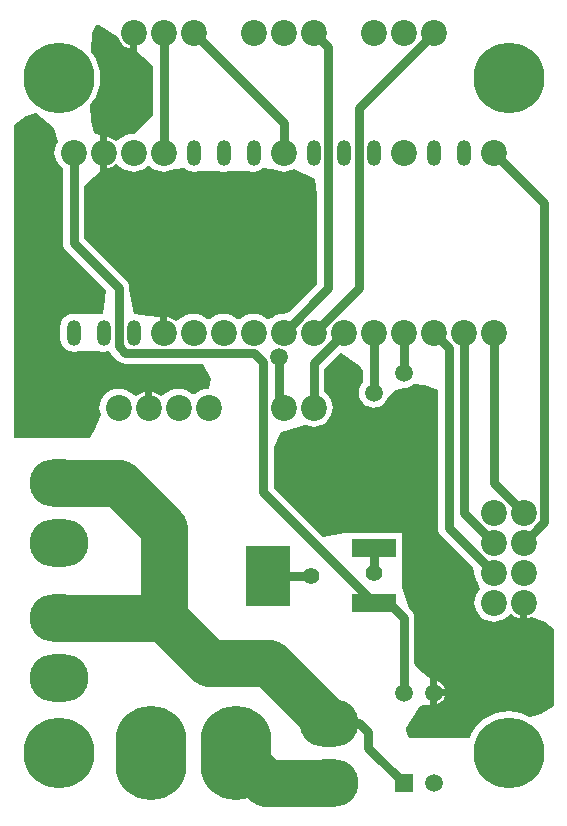
<source format=gtl>
G04 Layer_Physical_Order=1*
G04 Layer_Color=255*
%FSLAX24Y24*%
%MOIN*%
G70*
G01*
G75*
%ADD10R,0.1500X0.0600*%
%ADD11R,0.1500X0.2000*%
%ADD12C,0.0315*%
%ADD13C,0.1575*%
%ADD14C,0.0591*%
%ADD15R,0.0591X0.0591*%
%ADD16O,0.1969X0.1575*%
%ADD17C,0.0866*%
%ADD18O,0.2362X0.3150*%
%ADD19O,0.0472X0.0866*%
%ADD20C,0.2362*%
%ADD21C,0.0551*%
G36*
X2540Y1902D02*
X2639Y1731D01*
Y1431D01*
X2639Y1344D01*
X2567Y1250D01*
Y1250D01*
X2517Y1129D01*
X2517Y1129D01*
X2500Y1000D01*
X2500Y1000D01*
X2517Y871D01*
X2517Y871D01*
X2546Y803D01*
X2546Y803D01*
X2567Y750D01*
X2567Y750D01*
X2647Y647D01*
X2647Y647D01*
X2750Y567D01*
X2803Y546D01*
X2803Y546D01*
X2871Y517D01*
X2927Y510D01*
X2927Y510D01*
X3000Y500D01*
X3000Y500D01*
X3056Y508D01*
X3056Y508D01*
X3129Y517D01*
X3129Y517D01*
X3182Y539D01*
X3182D01*
X3250Y567D01*
X3250D01*
X3295Y602D01*
X3295Y602D01*
X3353Y647D01*
X3353Y647D01*
X3388Y692D01*
X3388Y692D01*
X3433Y750D01*
X3433Y750D01*
Y750D01*
X3461Y791D01*
X3461Y791D01*
X3550Y922D01*
X3752Y1074D01*
X4000Y1147D01*
X4056Y1154D01*
X4129Y1164D01*
X4250Y1214D01*
X4353Y1293D01*
X4733Y1259D01*
X5139Y1074D01*
Y-3500D01*
X5152Y-3593D01*
X5188Y-3680D01*
X5245Y-3755D01*
X6319Y-4829D01*
X6366Y-4977D01*
X6364Y-5000D01*
X6376Y-5124D01*
X6412Y-5243D01*
X6471Y-5353D01*
X6497Y-5385D01*
X6550Y-5550D01*
X6471Y-5647D01*
X6412Y-5757D01*
X6376Y-5876D01*
X6364Y-6000D01*
X6376Y-6124D01*
X6412Y-6243D01*
X6471Y-6353D01*
X6550Y-6450D01*
X6647Y-6529D01*
X6757Y-6588D01*
X6876Y-6624D01*
X7000Y-6636D01*
X7124Y-6624D01*
X7243Y-6588D01*
X7353Y-6529D01*
X7599Y-6392D01*
X7731Y-6466D01*
X7861Y-6519D01*
X7880Y-6522D01*
Y-6000D01*
X8120D01*
Y-6522D01*
X8139Y-6519D01*
X8269Y-6466D01*
X8269D01*
X8730Y-6652D01*
X9000Y-6862D01*
Y-9439D01*
X8580Y-9709D01*
X8213Y-9817D01*
X8129Y-9766D01*
X7928Y-9682D01*
X7717Y-9632D01*
X7500Y-9615D01*
X7283Y-9632D01*
X7072Y-9682D01*
X6871Y-9766D01*
X6686Y-9879D01*
X6520Y-10020D01*
X6379Y-10186D01*
X6266Y-10371D01*
X6212Y-10500D01*
X4222D01*
X4141Y-10430D01*
X4071Y-10272D01*
X4079Y-10163D01*
X4560Y-9428D01*
X4673Y-9413D01*
X4880Y-9404D01*
Y-9000D01*
Y-8504D01*
X4832Y-8466D01*
X4463Y-8167D01*
X4361Y-8020D01*
Y-7271D01*
X4361Y-7079D01*
X4361Y-7079D01*
X4361Y-7004D01*
X4361Y-7004D01*
X4361Y-7004D01*
X4361Y-6500D01*
X4348Y-6407D01*
X4312Y-6320D01*
X4265Y-6258D01*
X4265Y-6258D01*
X4255Y-6245D01*
X4196Y-6186D01*
X3950Y-5500D01*
X3950D01*
X3947Y-4714D01*
X3950Y-4689D01*
X3950D01*
X3950Y-4689D01*
Y-3689D01*
X2050D01*
X2050Y-3689D01*
Y-3689D01*
X1308Y-3798D01*
X-319Y-2171D01*
Y-874D01*
X-301Y-804D01*
X-80Y-314D01*
X40Y-267D01*
X730Y-73D01*
X757Y-88D01*
X876Y-124D01*
X1000Y-136D01*
X1124Y-124D01*
X1243Y-88D01*
X1353Y-29D01*
X1450Y50D01*
X1529Y147D01*
X1588Y257D01*
X1624Y376D01*
X1636Y500D01*
X1624Y624D01*
X1588Y743D01*
X1529Y853D01*
X1450Y950D01*
X1361Y1023D01*
Y1792D01*
X1929Y2328D01*
X2540Y1902D01*
D02*
G37*
G36*
X-7646Y9839D02*
X-7529Y9353D01*
X-7588Y9243D01*
X-7624Y9124D01*
X-7636Y9000D01*
X-7624Y8876D01*
X-7588Y8757D01*
X-7529Y8647D01*
X-7450Y8550D01*
X-7361Y8477D01*
Y6000D01*
X-7348Y5907D01*
X-7312Y5820D01*
X-7255Y5745D01*
X-5921Y4411D01*
X-5978Y3856D01*
X-6029Y3633D01*
X-6053Y3630D01*
X-6173Y3621D01*
X-6173D01*
X-6173Y3621D01*
X-6500Y3618D01*
X-6827Y3621D01*
X-6947Y3630D01*
X-7000Y3637D01*
X-7000Y3637D01*
X-7114Y3622D01*
X-7114Y3622D01*
X-7114Y3622D01*
X-7220Y3578D01*
X-7220D01*
X-7220Y3578D01*
X-7286Y3527D01*
X-7311Y3508D01*
X-7311Y3508D01*
X-7381Y3417D01*
X-7381Y3417D01*
X-7381Y3417D01*
X-7425Y3311D01*
X-7425Y3311D01*
X-7440Y3197D01*
X-7440Y3197D01*
X-7440Y2949D01*
X-7440Y2803D01*
X-7440Y2803D01*
X-7437Y2783D01*
X-7425Y2689D01*
X-7425Y2689D01*
X-7381Y2583D01*
Y2583D01*
X-7381Y2583D01*
X-7311Y2492D01*
Y2492D01*
X-7220Y2422D01*
X-7114Y2378D01*
X-7000Y2363D01*
X-7000Y2363D01*
X-6947Y2370D01*
X-6827Y2379D01*
X-6500Y2382D01*
X-6173Y2379D01*
X-6053Y2370D01*
X-6000Y2363D01*
X-6000Y2363D01*
X-5886Y2378D01*
X-5886D01*
X-5851Y2393D01*
X-5812Y2376D01*
X-5755Y2302D01*
X-5525Y2071D01*
X-5450Y2014D01*
X-5363Y1978D01*
X-5270Y1966D01*
X-2680D01*
X-2407Y1445D01*
X-2500Y1136D01*
X-2624Y1124D01*
X-2743Y1088D01*
X-2853Y1029D01*
X-2950Y950D01*
X-3050D01*
X-3147Y1029D01*
X-3257Y1088D01*
X-3376Y1124D01*
X-3500Y1136D01*
X-3624Y1124D01*
X-3743Y1088D01*
X-3853Y1029D01*
X-4099Y892D01*
X-4231Y966D01*
X-4361Y1019D01*
X-4380Y1022D01*
Y500D01*
X-4620D01*
Y1022D01*
X-4639Y1019D01*
X-4769Y966D01*
X-4901Y892D01*
X-5147Y1029D01*
X-5257Y1088D01*
X-5376Y1124D01*
X-5500Y1136D01*
X-5624Y1124D01*
X-5743Y1088D01*
X-5853Y1029D01*
X-5950Y950D01*
X-6029Y853D01*
X-6088Y743D01*
X-6124Y624D01*
X-6136Y500D01*
X-6124Y376D01*
X-6088Y257D01*
X-6279Y-225D01*
X-6425Y-442D01*
X-6481Y-500D01*
X-9000D01*
Y9939D01*
X-8580Y10209D01*
X-8238Y10309D01*
X-7646Y9839D01*
D02*
G37*
G36*
X-5519Y12861D02*
X-5519Y12861D01*
X-5466Y12731D01*
X-5380Y12620D01*
X-5269Y12534D01*
X-5269Y12534D01*
X-5139Y12481D01*
X-5139Y12481D01*
X-5120Y12478D01*
Y13000D01*
X-4880D01*
Y12362D01*
X-4503Y12048D01*
X-4361Y11876D01*
Y10269D01*
X-4469Y10082D01*
X-5000Y9636D01*
X-5124Y9624D01*
X-5243Y9588D01*
X-5353Y9529D01*
X-5599Y9392D01*
X-5731Y9466D01*
X-5861Y9519D01*
X-5880Y9522D01*
Y9000D01*
Y8478D01*
X-5861Y8481D01*
X-5731Y8534D01*
X-5599Y8608D01*
X-5353Y8471D01*
X-5243Y8412D01*
X-5124Y8376D01*
X-5000Y8364D01*
X-4876Y8376D01*
X-4757Y8412D01*
X-4647Y8471D01*
X-4550Y8550D01*
X-4450D01*
X-4353Y8471D01*
X-4243Y8412D01*
X-4124Y8376D01*
X-4000Y8364D01*
X-3876Y8376D01*
X-3757Y8412D01*
X-3757Y8412D01*
X-3624Y8472D01*
X-3311Y8492D01*
X-3220Y8422D01*
X-3114Y8378D01*
X-3000Y8363D01*
X-3000Y8363D01*
X-2947Y8370D01*
X-2827Y8379D01*
X-2500Y8382D01*
X-2173Y8379D01*
X-2053Y8370D01*
X-2000Y8363D01*
X-1947Y8370D01*
X-1827Y8379D01*
X-1500Y8382D01*
X-1173Y8379D01*
X-1053Y8370D01*
X-1000Y8363D01*
X-1000Y8363D01*
X-886Y8378D01*
X-886D01*
X-780Y8422D01*
X-780D01*
X-689Y8492D01*
X-376Y8472D01*
X-243Y8412D01*
X-243Y8412D01*
X-124Y8376D01*
X-0Y8364D01*
X124Y8376D01*
X243Y8412D01*
X243Y8412D01*
X346Y8459D01*
X1038Y8116D01*
X1120Y7585D01*
Y4630D01*
X171Y3681D01*
X23Y3634D01*
X-0Y3636D01*
X-124Y3624D01*
X-243Y3588D01*
X-353Y3529D01*
X-385Y3503D01*
X-550Y3450D01*
X-647Y3529D01*
X-757Y3588D01*
X-876Y3624D01*
X-1000Y3636D01*
X-1124Y3624D01*
X-1243Y3588D01*
X-1353Y3529D01*
X-1450Y3450D01*
X-1550D01*
X-1647Y3529D01*
X-1757Y3588D01*
X-1876Y3624D01*
X-2000Y3636D01*
X-2124Y3624D01*
X-2243Y3588D01*
X-2353Y3529D01*
X-2450Y3450D01*
X-2550D01*
X-2647Y3529D01*
X-2757Y3588D01*
X-2876Y3624D01*
X-3000Y3636D01*
X-3124Y3624D01*
X-3243Y3588D01*
X-3353Y3529D01*
X-3599Y3392D01*
X-3731Y3466D01*
X-3861Y3519D01*
X-3880Y3522D01*
Y3000D01*
X-4120D01*
Y3522D01*
X-4139Y3519D01*
X-4780Y3578D01*
X-4886Y3622D01*
Y3622D01*
X-4910Y3625D01*
X-5000Y3637D01*
Y3637D01*
X-5139Y4413D01*
Y4500D01*
X-5152Y4593D01*
X-5188Y4680D01*
X-5245Y4755D01*
X-6639Y6149D01*
Y7876D01*
X-6497Y8048D01*
X-6120Y8362D01*
Y9000D01*
Y9576D01*
X-6246Y9640D01*
X-6316Y9696D01*
X-6363Y9782D01*
X-6422Y10060D01*
X-6459Y10592D01*
X-6379Y10686D01*
X-6266Y10871D01*
X-6182Y11072D01*
X-6132Y11283D01*
X-6115Y11500D01*
X-6132Y11717D01*
X-6182Y11928D01*
X-6266Y12129D01*
X-6379Y12314D01*
X-6409Y12349D01*
X-6395Y12998D01*
X-6330Y13136D01*
X-6248Y13256D01*
X-6138Y13269D01*
X-5519Y12861D01*
D02*
G37*
%LPC*%
G36*
X5378Y-9120D02*
X5120D01*
Y-9378D01*
X5199Y-9345D01*
X5282Y-9282D01*
X5345Y-9199D01*
X5378Y-9120D01*
D02*
G37*
G36*
X5120Y-8622D02*
Y-8880D01*
X5378D01*
X5345Y-8801D01*
X5282Y-8718D01*
X5199Y-8655D01*
X5120Y-8622D01*
D02*
G37*
%LPD*%
G54D10*
X3000Y-6000D02*
D03*
Y-4189D02*
D03*
G54D11*
X-504Y-5094D02*
D03*
G54D12*
X906D01*
X-680Y-2320D02*
Y2036D01*
Y-2320D02*
X3000Y-6000D01*
Y-4833D02*
Y-4189D01*
X3000Y-6000D02*
X3500D01*
X4000Y-6500D01*
Y-7004D02*
Y-6500D01*
X5000Y3000D02*
X5500Y2500D01*
Y-3500D02*
Y2500D01*
Y-3500D02*
X7000Y-5000D01*
X-5500Y2557D02*
Y4500D01*
X-7000Y6000D02*
X-5500Y4500D01*
X-7000Y6000D02*
Y9000D01*
X-5500Y2557D02*
X-5270Y2326D01*
X2830Y-10830D02*
X4000Y-12000D01*
X1500Y-10000D02*
X2530D01*
X2830Y-10300D01*
Y-10830D02*
Y-10300D01*
X1000Y13000D02*
X1480Y12520D01*
Y4480D02*
Y12520D01*
X-0Y3000D02*
X1480Y4480D01*
X1000Y3000D02*
X2500Y4500D01*
Y10500D01*
X5000Y13000D01*
X3000Y1000D02*
Y3000D01*
X4000Y1646D02*
Y3000D01*
X6000Y-3000D02*
Y3000D01*
Y-3000D02*
X7000Y-4000D01*
Y-2000D02*
Y3000D01*
Y-2000D02*
X8000Y-3000D01*
X-970Y2326D02*
X-680Y2036D01*
X-5270Y2326D02*
X-970D01*
X-140Y640D02*
Y2176D01*
Y640D02*
X-0Y500D01*
X1000D02*
Y2000D01*
X2000Y3000D01*
X-3000Y13000D02*
X-0Y10000D01*
Y9000D02*
Y10000D01*
X8000Y-4000D02*
X8680Y-3320D01*
Y7320D01*
X7000Y9000D02*
X8680Y7320D01*
X4000Y-7004D02*
X4000Y-7004D01*
X4000Y-9000D02*
Y-7004D01*
X-4000Y9000D02*
Y13000D01*
G54D13*
X-1583Y-11000D02*
X-583Y-12000D01*
X1500D01*
X-500Y-8000D02*
X1500Y-10000D01*
X-2500Y-8000D02*
X-500D01*
X-4000Y-6500D02*
X-2500Y-8000D01*
X-7500Y-6500D02*
X-4000D01*
Y-3500D01*
X-5500Y-2000D02*
X-4000Y-3500D01*
X-7500Y-2000D02*
X-5500D01*
G54D14*
X5000Y-9000D02*
D03*
X4000D02*
D03*
X5000Y-12000D02*
D03*
X3000Y1000D02*
D03*
X4000Y1646D02*
D03*
X-140Y2176D02*
D03*
G54D15*
X4000Y-12000D02*
D03*
G54D16*
X1500D02*
D03*
Y-10000D02*
D03*
X-7500Y-8500D02*
D03*
Y-6500D02*
D03*
Y-4000D02*
D03*
Y-2000D02*
D03*
G54D17*
X1000Y500D02*
D03*
X-0D02*
D03*
X-2500D02*
D03*
X-3500D02*
D03*
X-4500D02*
D03*
X-5500D02*
D03*
X-3000Y13000D02*
D03*
X-4000D02*
D03*
X-5000D02*
D03*
X5000D02*
D03*
X4000D02*
D03*
X3000D02*
D03*
X-4000Y3000D02*
D03*
X-3000D02*
D03*
X-2000D02*
D03*
X-1000D02*
D03*
X-0D02*
D03*
X1000D02*
D03*
X2000D02*
D03*
X3000D02*
D03*
X4000D02*
D03*
X5000D02*
D03*
X6000D02*
D03*
X7000D02*
D03*
X-7000Y9000D02*
D03*
X-6000D02*
D03*
X-5000D02*
D03*
X-4000D02*
D03*
X-0D02*
D03*
X4000D02*
D03*
X7000D02*
D03*
X1000Y13000D02*
D03*
X-0D02*
D03*
X-1000D02*
D03*
X7000Y-3000D02*
D03*
Y-4000D02*
D03*
Y-5000D02*
D03*
Y-6000D02*
D03*
X8000Y-3000D02*
D03*
Y-4000D02*
D03*
Y-5000D02*
D03*
Y-6000D02*
D03*
G54D18*
X-1583Y-11000D02*
D03*
X-4417D02*
D03*
G54D19*
X-7000Y3000D02*
D03*
X-6000D02*
D03*
X-5000D02*
D03*
X-3000Y9000D02*
D03*
X-2000D02*
D03*
X-1000D02*
D03*
X1000D02*
D03*
X2000D02*
D03*
X3000D02*
D03*
X5000D02*
D03*
X6000D02*
D03*
G54D20*
X-7500Y11500D02*
D03*
X7500D02*
D03*
Y-11000D02*
D03*
X-7500D02*
D03*
G54D21*
X906Y-5094D02*
D03*
X3000Y-5000D02*
D03*
M02*

</source>
